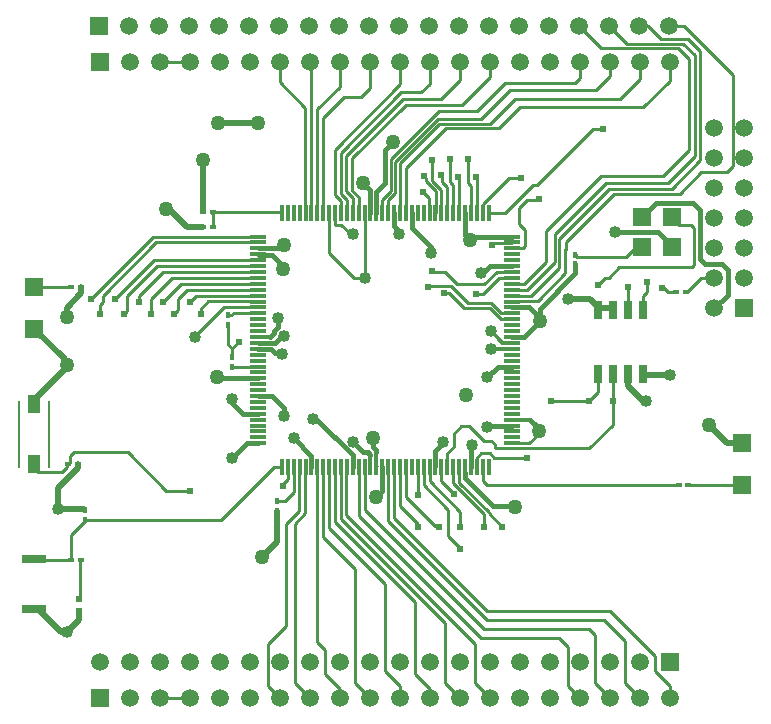
<source format=gtl>
G04*
G04 #@! TF.GenerationSoftware,Altium Limited,Altium Designer,19.1.7 (138)*
G04*
G04 Layer_Physical_Order=1*
G04 Layer_Color=255*
%FSLAX25Y25*%
%MOIN*%
G70*
G01*
G75*
%ADD15C,0.01000*%
%ADD16R,0.02461X0.01575*%
%ADD17R,0.01575X0.02461*%
%ADD18R,0.03937X0.06299*%
%ADD19R,0.01968X0.02362*%
%ADD20R,0.02559X0.06004*%
%ADD21R,0.07874X0.03150*%
%ADD22R,0.05906X0.06299*%
%ADD23R,0.05807X0.01181*%
%ADD24R,0.01181X0.05807*%
%ADD25R,0.05906X0.05906*%
%ADD41C,0.02000*%
%ADD42C,0.01500*%
%ADD43C,0.01400*%
%ADD44C,0.01300*%
%ADD45C,0.00500*%
%ADD46C,0.05906*%
%ADD47R,0.05906X0.05906*%
%ADD48C,0.05000*%
%ADD49C,0.04000*%
%ADD50C,0.02400*%
D15*
X95997Y131100D02*
X96498D01*
X95447Y130550D02*
X95997Y131100D01*
X133274Y171900D02*
X133307Y171867D01*
X96121Y153024D02*
Y154379D01*
X158865Y94068D02*
X159321Y94524D01*
X164121Y100624D02*
X164578Y101081D01*
X149500Y95231D02*
Y95666D01*
X127368Y87349D02*
Y87394D01*
X154922Y81947D02*
X164764Y72106D01*
X154922Y81947D02*
Y87347D01*
X154949Y87373D01*
X160945Y90404D02*
X162366Y91824D01*
X160945Y87464D02*
Y90404D01*
X164764Y71873D02*
X169264Y67373D01*
X164764Y71873D02*
Y72106D01*
X152980Y81768D02*
Y87373D01*
X163264Y67373D02*
Y71485D01*
X152980Y81768D02*
X163264Y71485D01*
X149043Y82594D02*
Y87373D01*
X185500Y109400D02*
X198100D01*
X198200Y109300D01*
X158700Y163000D02*
X159782D01*
X160856Y164073D01*
X203800Y182100D02*
X224600D01*
X186800Y165100D02*
X203800Y182100D01*
X224600D02*
X233500Y191000D01*
X172576Y146332D02*
X177432D01*
X144574Y147474D02*
X152172D01*
X157821Y141824D01*
X144500Y147400D02*
X144574Y147474D01*
X158700Y163000D02*
Y163046D01*
X156987Y164759D02*
X158700Y163046D01*
X162300Y151900D02*
X162879D01*
X215900Y170521D02*
Y170718D01*
X172576Y142395D02*
X172666Y142486D01*
X228500Y178400D02*
X235700Y185600D01*
X206700Y178400D02*
X228500D01*
X190533Y162233D02*
X206700Y178400D01*
X66900Y130500D02*
Y130900D01*
X76451Y140451D01*
X88046D01*
X88067Y160161D02*
X88091Y160136D01*
X95439Y161224D02*
X96521D01*
X94351Y160136D02*
X95439Y161224D01*
X181821Y135824D02*
Y137324D01*
X53114Y156224D02*
X88067D01*
X54146Y154255D02*
X88067D01*
X56177Y152287D02*
X88067D01*
X48264Y144373D02*
X56177Y152287D01*
X48264Y142373D02*
Y144373D01*
X44264D02*
X54146Y154255D01*
X44264Y139373D02*
Y144373D01*
X40264Y143373D02*
X53114Y156224D01*
X54020Y162129D02*
X88067D01*
X52988Y164098D02*
X88067D01*
X32264Y143373D02*
X52988Y164098D01*
X36264Y144373D02*
X54020Y162129D01*
X36264Y142373D02*
Y144373D01*
X35264Y141373D02*
X36264Y142373D01*
X35264Y138373D02*
Y141373D01*
X88046Y158168D02*
X88136Y158077D01*
X176124Y160227D02*
X176821Y160924D01*
X172687Y160227D02*
X176124D01*
X172597Y160136D02*
X172687Y160227D01*
X176821Y160924D02*
Y166324D01*
X175021Y168124D02*
X176821Y166324D01*
X175021Y168124D02*
Y173524D01*
X177621Y176124D01*
X181021D01*
X181621Y176724D01*
X160664Y183773D02*
X160854Y183583D01*
X156621Y140324D02*
X165091D01*
X181421Y136224D02*
Y137324D01*
X181521Y98424D02*
Y99374D01*
X133021Y195668D02*
Y195724D01*
X157764Y182073D02*
Y189973D01*
X162913Y172015D02*
Y174955D01*
X145016Y87283D02*
X145106Y87192D01*
X145016Y172015D02*
X145106Y171924D01*
X143964Y182524D02*
X147075Y179413D01*
X154858Y172015D02*
X154949Y171924D01*
X155264Y67373D02*
Y72373D01*
X172528Y150228D02*
X172618Y150318D01*
X160421Y144924D02*
X162821D01*
X172528Y138598D02*
X172618Y138507D01*
X141164Y77873D02*
Y87368D01*
X137232Y77155D02*
X146746Y67641D01*
X111620Y158625D02*
X120021Y150224D01*
X168939Y138598D02*
X172528D01*
X146746Y67641D02*
X147996D01*
X149043Y171924D02*
Y179566D01*
X154664Y184073D02*
X154858Y183879D01*
X141264Y67373D02*
Y68373D01*
X143364Y184173D02*
X143964Y183573D01*
X165821Y161424D02*
X166435Y162039D01*
X157821Y141824D02*
X165713D01*
X135264Y74373D02*
Y87373D01*
X162913Y174955D02*
X171407Y183449D01*
X162821Y144924D02*
X168124Y150228D01*
X168787Y136629D02*
X172528D01*
X173321Y74124D02*
X173621Y73824D01*
X141164Y77873D02*
X141264Y77773D01*
X129337Y171897D02*
Y171900D01*
X152980Y171924D02*
Y181157D01*
X168124Y150228D02*
X172528D01*
X105703Y87361D02*
X105715Y87349D01*
X181521Y99374D02*
Y100118D01*
X96164Y80773D02*
Y81573D01*
X171407Y183449D02*
X175443D01*
X164791Y171924D02*
X170218D01*
X155264Y59873D02*
Y60373D01*
X113680Y167997D02*
Y171855D01*
X149043Y82594D02*
X153264Y78373D01*
X87955Y116920D02*
X88046Y116829D01*
X151012Y171924D02*
Y180443D01*
X172597Y95176D02*
X178272D01*
X141164Y87368D02*
X141169Y87373D01*
X146064Y182545D02*
Y189673D01*
X162823Y171924D02*
X162913Y172015D01*
X163397Y148124D02*
X167521Y152249D01*
X145106Y82531D02*
X155264Y72373D01*
X127121Y77324D02*
X127421D01*
X121463Y171897D02*
Y171900D01*
X146064Y182545D02*
X149043Y179566D01*
X79221Y108624D02*
Y109824D01*
X88046Y130609D02*
X88136Y130699D01*
X146043Y152449D02*
X146242Y152249D01*
X145106Y82531D02*
Y87192D01*
X56264Y142373D02*
X62240Y148350D01*
X135173Y87283D02*
X135264Y87373D01*
X62240Y148350D02*
X88067D01*
X167521Y152249D02*
X172580D01*
X71335Y142444D02*
X88067D01*
X137232Y77155D02*
Y87373D01*
X115695Y167997D02*
X119243Y164449D01*
X97862Y83272D02*
Y87373D01*
X125309Y171991D02*
X125400Y171900D01*
X150097Y152249D02*
X154221Y148124D01*
X52264Y143373D02*
X59209Y150318D01*
X143964Y182524D02*
Y183573D01*
X67303Y144413D02*
X88067D01*
X157764Y182073D02*
X158886Y180951D01*
X180942Y181149D02*
X199701Y199908D01*
X120021Y150224D02*
X123421D01*
X145016Y172015D02*
Y176921D01*
X170218Y171924D02*
X179443Y181149D01*
X60014Y138373D02*
X61264Y139623D01*
X154221Y148124D02*
X163397D01*
X172520Y126748D02*
X172597Y126672D01*
X65264Y142373D02*
X67303Y144413D01*
X135043Y164949D02*
Y165761D01*
X179443Y181149D02*
X180942D01*
X172597Y130609D02*
X172687Y130699D01*
X146242Y152249D02*
X150097D01*
X166703Y90324D02*
X177621D01*
X68764Y139873D02*
X71335Y142444D01*
X160854Y171924D02*
Y183583D01*
X178272Y95176D02*
X181521Y98424D01*
X143138Y81149D02*
Y87373D01*
X111620Y158625D02*
Y171900D01*
X151964Y182173D02*
Y189873D01*
X172528Y162039D02*
X172618Y162129D01*
X149818Y145274D02*
X151672D01*
X181421Y136224D02*
X181821Y135824D01*
X88046Y128640D02*
X88136Y128731D01*
X123421Y150224D02*
Y171890D01*
X156896Y171900D02*
X156987Y171809D01*
X166435Y162039D02*
X172528D01*
X162366Y91824D02*
X165203D01*
X88046Y110924D02*
X88136Y110833D01*
X64272Y146381D02*
X88067D01*
X149332Y182123D02*
Y184305D01*
X127390Y87373D02*
X127480Y87464D01*
X61264Y143373D02*
X64272Y146381D01*
X59209Y150318D02*
X88067D01*
X151964Y182173D02*
X152980Y181157D01*
X165203Y91824D02*
X166703Y90324D01*
X143138Y81149D02*
X151264Y73023D01*
X154858Y172015D02*
Y183879D01*
X160854Y87373D02*
X160945Y87464D01*
X149064Y184573D02*
X149332Y184305D01*
X165713Y141824D02*
X168939Y138598D01*
X145016Y87283D02*
X145106Y87373D01*
X147996Y67641D02*
X148264Y67373D01*
X96164Y81573D02*
X97862Y83272D01*
X123421Y171890D02*
X123432Y171900D01*
X143064Y178873D02*
X145016Y176921D01*
X151264Y64373D02*
X155264Y60373D01*
X127368Y87394D02*
X127390Y87373D01*
X147075Y171924D02*
Y179413D01*
X151672Y145274D02*
X156621Y140324D01*
X74221Y117424D02*
X74726Y116920D01*
X199701Y199908D02*
X202743D01*
X135264Y74373D02*
X141264Y68373D01*
X158886Y171924D02*
Y180951D01*
X172528Y136629D02*
X172618Y136539D01*
X61264Y139623D02*
Y143373D01*
X113680Y167997D02*
X115695D01*
X43264Y138373D02*
X44264Y139373D01*
X165091Y140324D02*
X168787Y136629D01*
X52264Y138373D02*
Y143373D01*
X113610Y171924D02*
X113680Y171855D01*
X129316Y171876D02*
X129337Y171897D01*
X149332Y182123D02*
X151012Y180443D01*
X151264Y64373D02*
Y73023D01*
X68764Y138373D02*
Y139873D01*
X132100Y189800D02*
X148200Y205900D01*
X160900D01*
X132100Y179158D02*
Y189800D01*
X133600Y189021D02*
X147779Y203200D01*
X135291Y188591D02*
X148400Y201700D01*
X133600Y178537D02*
Y189021D01*
X148400Y201700D02*
X165200D01*
X147779Y203200D02*
X162200D01*
X135291Y171942D02*
Y188591D01*
X137259Y186909D02*
X150550Y200200D01*
X137259Y171942D02*
Y186909D01*
X135200Y171851D02*
X135291Y171942D01*
X129316Y176374D02*
X132100Y179158D01*
X131263Y176200D02*
X133600Y178537D01*
X119400Y190200D02*
X137200Y208000D01*
X156000D01*
X119400Y179300D02*
Y190200D01*
X131263Y171851D02*
Y176200D01*
X129316Y171876D02*
Y176374D01*
X119400Y179300D02*
X121442Y177258D01*
Y171876D02*
Y177258D01*
X119452Y171851D02*
Y177100D01*
X117400Y191000D02*
X136300Y209900D01*
X117400Y179152D02*
Y191000D01*
Y179152D02*
X119452Y177100D01*
X117483Y171851D02*
Y176417D01*
X115500Y178400D02*
X117483Y176417D01*
X115500Y178400D02*
Y192100D01*
X136300Y209900D02*
X148900D01*
X135700Y212300D02*
X142400D01*
X115500Y192100D02*
X135700Y212300D01*
X115515Y171851D02*
Y175885D01*
X113500Y177900D02*
X115515Y175885D01*
X113500Y177900D02*
Y193100D01*
X193987Y157400D02*
X210600D01*
X193887Y157500D02*
X193987Y157400D01*
X193887Y157500D02*
Y158210D01*
X204850Y150400D02*
X208350Y153900D01*
X210600Y157400D02*
X213879Y160679D01*
X208350Y153900D02*
X232500D01*
X203700Y150400D02*
X204850D01*
X201400Y148100D02*
X203700Y150400D01*
X222700Y147100D02*
X223079D01*
X224479Y145700D01*
X227378D01*
X222900Y184400D02*
X231500Y193000D01*
X202300Y184400D02*
X222900D01*
X231500Y193000D02*
Y223300D01*
X123479Y73020D02*
Y87209D01*
Y73020D02*
X163200Y33300D01*
X123389Y87300D02*
X123479Y87209D01*
X131353Y69147D02*
Y87209D01*
X131263Y87300D02*
X131353Y87209D01*
Y69147D02*
X164200Y36300D01*
X153200Y93950D02*
Y98400D01*
X151039Y91789D02*
X153200Y93950D01*
X151039Y87391D02*
Y91789D01*
X153200Y98400D02*
X155700Y100900D01*
X158200D01*
X163100Y96000D01*
X150948Y87300D02*
X151039Y87391D01*
X163100Y96000D02*
X165600D01*
X166800Y93500D02*
X198400D01*
X165600Y96000D02*
X166800Y94800D01*
Y93500D02*
Y94800D01*
X137169Y171851D02*
X137259Y171942D01*
X198400Y93500D02*
X206200Y101300D01*
X225900Y160679D02*
Y160875D01*
X162759Y82741D02*
Y87300D01*
Y82741D02*
X164200Y81300D01*
X246078Y187578D02*
Y217822D01*
X229750Y234150D02*
X246078Y217822D01*
X225031Y234150D02*
X229750D01*
X222100Y229900D02*
X231314D01*
X217892Y234108D02*
X222100Y229900D01*
X215073Y234108D02*
X217892D01*
X231314Y229900D02*
X235400Y225814D01*
X229600Y228400D02*
X233500Y224500D01*
X210781Y228400D02*
X229600D01*
X205031Y234150D02*
X210781Y228400D01*
X228000Y226800D02*
X231500Y223300D01*
X202381Y226800D02*
X228000D01*
X195031Y234150D02*
X202381Y226800D01*
X233500Y191000D02*
Y224500D01*
X235400Y189500D02*
Y225814D01*
X225800Y179900D02*
X235400Y189500D01*
X244100Y185600D02*
X246078Y187578D01*
X235700Y185600D02*
X244100D01*
X183900Y166000D02*
X202300Y184400D01*
X183900Y155700D02*
Y166000D01*
X186800Y155700D02*
Y165100D01*
X204900Y179900D02*
X225800D01*
X188300Y163300D02*
X204900Y179900D01*
X188300Y153700D02*
Y163300D01*
X177432Y146332D02*
X186800Y155700D01*
X176591Y148391D02*
X183900Y155700D01*
X172666Y148391D02*
X176591D01*
X172576Y148301D02*
X172666Y148391D01*
X225200Y216100D02*
Y222300D01*
X216400Y207300D02*
X225200Y216100D01*
X175300Y207300D02*
X216400D01*
X172576Y144364D02*
X178964D01*
X188300Y153700D01*
X215031Y234150D02*
X215073Y234108D01*
X190533Y159667D02*
Y162233D01*
X190400Y151800D02*
Y159800D01*
X190533Y159667D01*
X181086Y142486D02*
X190400Y151800D01*
X172666Y142486D02*
X181086D01*
X168200Y200200D02*
X175300Y207300D01*
X150550Y200200D02*
X168200D01*
X173500Y210000D02*
X208700D01*
X165200Y201700D02*
X173500Y210000D01*
X208700D02*
X215200Y216500D01*
X171900Y212900D02*
X200600D01*
X162200Y203200D02*
X171900Y212900D01*
X160900Y205900D02*
X170300Y215300D01*
X200600Y212900D02*
X205200Y217500D01*
X170300Y215300D02*
X193500D01*
X195200Y217000D01*
X78000Y128000D02*
X79200Y126800D01*
X78000Y128000D02*
Y134678D01*
X79200Y123922D02*
Y126800D01*
X81500Y129100D01*
X79712Y138434D02*
X88003D01*
X79200Y137922D02*
X79712Y138434D01*
X78000Y137922D02*
X79200D01*
X232343Y167872D02*
X233300Y166914D01*
X228353Y167872D02*
X232343D01*
X225900Y170324D02*
X228353Y167872D01*
X225900Y170324D02*
Y170521D01*
X233300Y154700D02*
Y166914D01*
X232500Y153900D02*
X233300Y154700D01*
X213879Y160679D02*
X215900D01*
X215200Y216500D02*
Y222300D01*
X156000Y208000D02*
X165200Y217200D01*
X148900Y209900D02*
X155200Y216200D01*
X142400Y212300D02*
X145200Y215100D01*
X205200Y217500D02*
Y222300D01*
X195200Y217000D02*
Y222300D01*
X135200Y214800D02*
Y222300D01*
X113500Y193100D02*
X135200Y214800D01*
X165200Y217200D02*
Y222300D01*
X155200Y216200D02*
Y222300D01*
X145200Y215100D02*
Y222300D01*
X103704Y171851D02*
Y206996D01*
X95200Y215500D02*
X103704Y206996D01*
X95200Y215500D02*
Y222300D01*
X125200Y213700D02*
Y222300D01*
X122200Y210700D02*
X125200Y213700D01*
X116700Y210700D02*
X122200D01*
X109609Y203609D02*
X116700Y210700D01*
X109609Y171851D02*
Y203609D01*
X115200Y214100D02*
Y222300D01*
X107641Y206541D02*
X115200Y214100D01*
X107641Y171851D02*
Y206541D01*
X55200Y222300D02*
X65200D01*
X105582Y171942D02*
X105672Y171851D01*
X105582Y171942D02*
Y221918D01*
X105200Y222300D02*
X105582Y221918D01*
X96900Y76000D02*
X99767Y78867D01*
X94500Y76000D02*
X96900D01*
X24382Y88013D02*
X24670Y88300D01*
X107641Y28859D02*
Y87300D01*
Y28859D02*
X110200Y26300D01*
X57300Y79400D02*
X65300D01*
X44500Y92200D02*
X57300Y79400D01*
X133322Y70178D02*
Y87147D01*
X133200Y87269D02*
X133322Y87147D01*
Y70178D02*
X164200Y39300D01*
X24670Y88300D02*
X25013D01*
X24578D02*
X24670D01*
X26500Y92200D02*
X44500D01*
X25300Y91000D02*
X26500Y92200D01*
X25300Y88587D02*
Y91000D01*
X25013Y88300D02*
X25300Y88587D01*
X229822Y145800D02*
X231300D01*
X235650Y150150D02*
X240031D01*
X231300Y145800D02*
X235650Y150150D01*
X217600Y145700D02*
Y149000D01*
X216200Y144300D02*
X217600Y145700D01*
X211200Y139477D02*
Y147300D01*
Y138977D02*
Y139477D01*
X206200Y101300D02*
Y109300D01*
X79200Y120678D02*
X79220Y120698D01*
X87984D01*
X88003Y120717D01*
X164200Y39300D02*
X205200D01*
X164200Y36300D02*
X203200D01*
X163200Y33300D02*
X198200D01*
X162200Y30300D02*
X188200D01*
X121511Y70989D02*
X162200Y30300D01*
X121511Y70989D02*
Y87209D01*
X160200Y15300D02*
Y28300D01*
X117393Y71107D02*
X160200Y28300D01*
X117393Y71107D02*
Y87209D01*
X150200Y15300D02*
Y35300D01*
X115515Y69985D02*
X150200Y35300D01*
X115515Y69985D02*
Y87300D01*
X140200Y18300D02*
Y42300D01*
X113547Y68954D02*
X140200Y42300D01*
X113547Y68954D02*
Y87300D01*
X130200Y19300D02*
Y48300D01*
X111578Y66922D02*
X130200Y48300D01*
X111578Y66922D02*
Y87300D01*
X120200Y15300D02*
Y53300D01*
X109609Y63890D02*
X120200Y53300D01*
X109609Y63890D02*
Y87300D01*
X30200Y69390D02*
X30487Y69678D01*
X75578D02*
X93200Y87300D01*
X95830D01*
X30487Y69678D02*
X75578D01*
X30200Y69235D02*
Y69390D01*
X99767Y78867D02*
Y87300D01*
X97200Y68300D02*
X101645Y72745D01*
X97200Y34300D02*
Y68300D01*
X101645Y72745D02*
Y87209D01*
X91200Y28300D02*
X97200Y34300D01*
X103704Y71796D02*
Y87300D01*
X110200Y18300D02*
Y26300D01*
Y18300D02*
X115200Y13300D01*
Y10300D02*
Y13300D01*
X101645Y87209D02*
X101735Y87300D01*
X164200Y81300D02*
X228078D01*
X25578Y56300D02*
Y64613D01*
X30200Y69235D01*
X13200Y56568D02*
X13468Y56300D01*
X25578D01*
X28798D02*
X28822D01*
X28511Y56013D02*
X28798Y56300D01*
X28511Y43548D02*
Y56013D01*
X28200Y43237D02*
X28511Y43548D01*
X22200Y32300D02*
X24200D01*
X13200Y40032D02*
X14468D01*
X21200Y73300D02*
X21389Y73111D01*
X30011D02*
X30200Y72922D01*
X24382Y87316D02*
Y88013D01*
X22716Y85650D02*
X24382Y87316D01*
X14669Y85650D02*
X22716D01*
X57200Y173300D02*
X58200D01*
X72373Y171851D02*
X72822D01*
Y167300D02*
X72822Y167300D01*
X72822Y167300D02*
Y171851D01*
X95830D02*
Y172209D01*
X95739Y172300D02*
X95830Y172209D01*
X72822Y172300D02*
X95739D01*
X72822Y171851D02*
Y172300D01*
X72822Y172300D02*
X72822Y172300D01*
X160200Y15300D02*
X165200Y10300D01*
X135200D02*
Y14300D01*
X130200Y19300D02*
X135200Y14300D01*
X150200Y15300D02*
X155200Y10300D01*
X140200Y18300D02*
X145200Y13300D01*
X120200Y15300D02*
X125200Y10300D01*
X100200Y68292D02*
X103704Y71796D01*
X100200Y15300D02*
Y68292D01*
Y15300D02*
X105200Y10300D01*
X91200Y14300D02*
Y28300D01*
Y14300D02*
X95200Y10300D01*
X145200D02*
Y13300D01*
X191200Y14300D02*
Y27300D01*
X188200Y30300D02*
X191200Y27300D01*
X200200Y15300D02*
Y31300D01*
X198200Y33300D02*
X200200Y31300D01*
X210200Y15300D02*
Y29300D01*
X203200Y36300D02*
X210200Y29300D01*
X220200Y19300D02*
Y24300D01*
X205200Y39300D02*
X220200Y24300D01*
Y19300D02*
X225200Y14300D01*
Y10300D02*
Y14300D01*
X121421Y87300D02*
X121511Y87209D01*
X155200Y21300D02*
Y22300D01*
X117393Y87209D02*
X117483Y87300D01*
X210200Y15300D02*
X215200Y10300D01*
X200200Y15300D02*
X205200Y10300D01*
X191200Y14300D02*
X195200Y10300D01*
X55200D02*
X65200D01*
X203200Y22300D02*
X205200D01*
X194747Y21847D02*
X195200Y22300D01*
X28822Y147300D02*
X29011Y147111D01*
X206200Y138977D02*
Y140300D01*
X191200Y143300D02*
X195346D01*
X216200Y139477D02*
Y144300D01*
Y109300D02*
X217200D01*
X13310Y147300D02*
X25578D01*
X13200Y147190D02*
X13310Y147300D01*
X23435Y122065D02*
X24200Y121300D01*
X23435Y122065D02*
Y123176D01*
X24200Y120481D02*
Y121300D01*
X13200Y108300D02*
Y109481D01*
Y108300D02*
X14200D01*
X105031Y224150D02*
X105672Y223509D01*
X224200Y117800D02*
X224700Y118300D01*
X216200Y117623D02*
X216377Y117800D01*
X206200Y109300D02*
Y117623D01*
X198200Y109300D02*
X201200Y112300D01*
X211200Y117623D02*
X211379Y117444D01*
X201200Y112300D02*
Y117623D01*
X13200Y87119D02*
Y88300D01*
Y87119D02*
X14669Y85650D01*
X249090Y81300D02*
X249200Y81410D01*
X231322Y81300D02*
X249090D01*
D16*
X231322D02*
D03*
X228078D02*
D03*
X28822Y147300D02*
D03*
X25578D02*
D03*
X25578Y56300D02*
D03*
X28822D02*
D03*
X72822Y167300D02*
D03*
X69578D02*
D03*
X72822Y172300D02*
D03*
X69578D02*
D03*
X24578Y88300D02*
D03*
X27822D02*
D03*
X230622Y145700D02*
D03*
X227378D02*
D03*
D17*
X30200Y72922D02*
D03*
Y69678D02*
D03*
X79200Y123922D02*
D03*
Y120678D02*
D03*
X78000Y134678D02*
D03*
Y137922D02*
D03*
X193700Y154778D02*
D03*
Y158022D02*
D03*
X94200Y75922D02*
D03*
Y72678D02*
D03*
D18*
X13200Y108300D02*
D03*
Y88300D02*
D03*
D19*
X28200Y39300D02*
D03*
Y43237D02*
D03*
D20*
X201200Y118123D02*
D03*
X206200D02*
D03*
X211200D02*
D03*
X216200D02*
D03*
Y139477D02*
D03*
X211200D02*
D03*
X206200D02*
D03*
X201200D02*
D03*
D21*
X13200Y56568D02*
D03*
Y40032D02*
D03*
D22*
X215900Y170521D02*
D03*
X225900D02*
D03*
Y160679D02*
D03*
X215900D02*
D03*
D23*
X88046Y164073D02*
D03*
Y162105D02*
D03*
Y160136D02*
D03*
Y158168D02*
D03*
Y156199D02*
D03*
Y154231D02*
D03*
Y152262D02*
D03*
Y150294D02*
D03*
Y148325D02*
D03*
Y146357D02*
D03*
Y144388D02*
D03*
Y142420D02*
D03*
Y140451D02*
D03*
Y138483D02*
D03*
Y136514D02*
D03*
Y134546D02*
D03*
Y132577D02*
D03*
Y130609D02*
D03*
Y128640D02*
D03*
Y126672D02*
D03*
Y124703D02*
D03*
Y122735D02*
D03*
Y120766D02*
D03*
Y118798D02*
D03*
Y116829D02*
D03*
Y114861D02*
D03*
Y112892D02*
D03*
Y110924D02*
D03*
Y108955D02*
D03*
Y106987D02*
D03*
Y105018D02*
D03*
Y103050D02*
D03*
Y101081D02*
D03*
Y99113D02*
D03*
Y97144D02*
D03*
Y95176D02*
D03*
X172597D02*
D03*
Y97144D02*
D03*
Y99113D02*
D03*
Y101081D02*
D03*
Y103050D02*
D03*
Y105018D02*
D03*
Y106987D02*
D03*
Y108955D02*
D03*
Y110924D02*
D03*
Y112892D02*
D03*
Y114861D02*
D03*
Y116829D02*
D03*
Y118798D02*
D03*
Y120766D02*
D03*
Y122735D02*
D03*
Y124703D02*
D03*
Y126672D02*
D03*
Y128640D02*
D03*
Y130609D02*
D03*
Y132577D02*
D03*
Y134546D02*
D03*
Y136514D02*
D03*
Y138483D02*
D03*
Y140451D02*
D03*
Y142420D02*
D03*
Y144388D02*
D03*
Y146357D02*
D03*
Y148325D02*
D03*
Y150294D02*
D03*
Y152262D02*
D03*
Y154231D02*
D03*
Y156199D02*
D03*
Y158168D02*
D03*
Y160136D02*
D03*
Y162105D02*
D03*
Y164073D02*
D03*
D24*
X95872Y87349D02*
D03*
X97841D02*
D03*
X99809D02*
D03*
X101778D02*
D03*
X103746D02*
D03*
X105715D02*
D03*
X107684D02*
D03*
X109652D02*
D03*
X111620D02*
D03*
X113589D02*
D03*
X115558D02*
D03*
X117526D02*
D03*
X119494D02*
D03*
X121463D02*
D03*
X123432D02*
D03*
X125400D02*
D03*
X127368D02*
D03*
X129337D02*
D03*
X131306D02*
D03*
X133274D02*
D03*
X135242D02*
D03*
X137211D02*
D03*
X139180D02*
D03*
X141148D02*
D03*
X143116D02*
D03*
X145085D02*
D03*
X147054D02*
D03*
X149022D02*
D03*
X150991D02*
D03*
X152959D02*
D03*
X154928D02*
D03*
X156896D02*
D03*
X158865D02*
D03*
X160833D02*
D03*
X162802D02*
D03*
X164770D02*
D03*
Y171900D02*
D03*
X162802D02*
D03*
X160833D02*
D03*
X158865D02*
D03*
X156896D02*
D03*
X154928D02*
D03*
X152959D02*
D03*
X150991D02*
D03*
X149022D02*
D03*
X147054D02*
D03*
X145085D02*
D03*
X143116D02*
D03*
X141148D02*
D03*
X139180D02*
D03*
X137211D02*
D03*
X135242D02*
D03*
X133274D02*
D03*
X131306D02*
D03*
X129337D02*
D03*
X127368D02*
D03*
X125400D02*
D03*
X123432D02*
D03*
X121463D02*
D03*
X119494D02*
D03*
X117526D02*
D03*
X115558D02*
D03*
X113589D02*
D03*
X111620D02*
D03*
X109652D02*
D03*
X107684D02*
D03*
X105715D02*
D03*
X103746D02*
D03*
X101778D02*
D03*
X99809D02*
D03*
X97841D02*
D03*
X95872D02*
D03*
D25*
X249200Y81410D02*
D03*
Y95190D02*
D03*
X13200Y147190D02*
D03*
Y133410D02*
D03*
X250031Y140150D02*
D03*
D41*
X74700Y201800D02*
X87900D01*
X244310Y95190D02*
X249200D01*
X238200Y101300D02*
X244310Y95190D01*
X27822Y86922D02*
Y88300D01*
X21200Y80300D02*
X27822Y86922D01*
X21200Y73300D02*
Y80300D01*
X211200Y114300D02*
Y118123D01*
Y114300D02*
X216200Y109300D01*
X94200Y62300D02*
Y72678D01*
X89200Y57300D02*
X94200Y62300D01*
X29011Y145111D02*
Y147111D01*
X24200Y140300D02*
X29011Y145111D01*
X24200Y137300D02*
Y140300D01*
Y32300D02*
X28200Y36300D01*
Y39300D01*
X14468Y40032D02*
X22200Y32300D01*
X21389Y73111D02*
X30011D01*
X64200Y167300D02*
X69578D01*
X58200Y173300D02*
X64200Y167300D01*
X69556Y172600D02*
Y189600D01*
X201600Y140300D02*
X206200D01*
X198600Y143300D02*
X201600Y140300D01*
X191200Y143300D02*
X198600D01*
X13200Y133410D02*
X23435Y123176D01*
X13200Y109481D02*
X24200Y120481D01*
X216377Y117800D02*
X224200D01*
D42*
X93596Y128699D02*
X95447Y130550D01*
X91171Y128699D02*
X93596D01*
X91139Y128731D02*
X91171Y128699D01*
X88136Y128731D02*
X91139D01*
X94700Y133898D02*
Y137100D01*
X93248Y132446D02*
X94700Y133898D01*
X93248Y131948D02*
Y132446D01*
X91999Y130699D02*
X93248Y131948D01*
X242700Y154900D02*
X244600Y153000D01*
X236900Y154900D02*
X242700D01*
X235300Y156500D02*
X236900Y154900D01*
X84091Y95200D02*
X88067D01*
X79264Y90373D02*
X84091Y95200D01*
X82803Y105043D02*
X88067D01*
X79221Y108624D02*
X82803Y105043D01*
X133307Y167497D02*
Y171867D01*
Y167497D02*
X135043Y165761D01*
X92423Y158077D02*
X96121Y154379D01*
X88136Y158077D02*
X92423D01*
X156922Y83527D02*
Y85195D01*
X158865Y87349D02*
Y94068D01*
X164578Y101081D02*
X172597D01*
X149500Y95189D02*
Y95231D01*
X147054Y92742D02*
X149500Y95189D01*
X119494Y87349D02*
Y91155D01*
X107325Y103324D02*
X119494Y91155D01*
X124446Y92200D02*
X125400Y91246D01*
X123046Y92200D02*
X124446D01*
X119721Y95524D02*
X123046Y92200D01*
X127368Y92106D02*
Y92895D01*
X126321Y93942D02*
X127368Y92895D01*
X126321Y93942D02*
Y96900D01*
X156922Y83527D02*
X166325Y74124D01*
X173321D01*
X160856Y164073D02*
X172597D01*
X105703Y87361D02*
Y91097D01*
X100000Y96800D02*
X105703Y91097D01*
X156987Y164759D02*
Y171809D01*
X162879Y151900D02*
X165210Y154231D01*
X240031Y140150D02*
X244600Y144720D01*
Y153000D01*
X235300Y156500D02*
Y172900D01*
X232882Y175318D02*
X235300Y172900D01*
X220500Y175318D02*
X232882D01*
X215900Y170718D02*
X220500Y175318D01*
X88091Y160136D02*
X94351D01*
X96421Y105824D02*
Y106879D01*
X92467Y110833D02*
X96421Y106879D01*
X88136Y110833D02*
X92467D01*
X181800Y137300D02*
Y140000D01*
X127368Y171900D02*
Y178972D01*
X145421Y158624D02*
Y160570D01*
X123021Y181824D02*
X125309Y179536D01*
X127421Y77324D02*
X129337Y79240D01*
X92074Y126672D02*
X93421Y125324D01*
X176696Y130699D02*
X181821Y135824D01*
X88046Y126672D02*
X92074D01*
X147054Y87533D02*
Y92742D01*
X139180Y166812D02*
Y171900D01*
X130221Y192868D02*
X133021Y195668D01*
X178590Y103050D02*
X181521Y100118D01*
X172687Y130699D02*
X176696D01*
X139180Y166812D02*
X145421Y160570D01*
X125309Y171991D02*
Y179536D01*
X165210Y154231D02*
X172597D01*
X167963Y120766D02*
X172597D01*
X130221Y181824D02*
Y192868D01*
X127368Y178972D02*
X130221Y181824D01*
X74726Y116920D02*
X87955D01*
X129337Y79240D02*
Y87349D01*
X172597Y140451D02*
X178295D01*
X164321Y117124D02*
X167963Y120766D01*
X93421Y125324D02*
X95121D01*
X178295Y140451D02*
X181421Y137324D01*
X181800Y140000D02*
X193700Y151900D01*
Y154778D01*
X221176Y165600D02*
X225900Y160875D01*
X206800Y165600D02*
X221176D01*
D43*
X165421Y132624D02*
X168812Y129132D01*
X168320Y129623D02*
X169304Y128640D01*
X172495D01*
X88136Y130699D02*
X91999D01*
X125400Y87349D02*
Y91246D01*
X127368Y87394D02*
Y92106D01*
X172597Y103050D02*
X178590D01*
D44*
X165645Y126748D02*
X172520D01*
D45*
X18121Y87276D02*
Y109324D01*
X8279Y87276D02*
Y109324D01*
D46*
X225200Y10300D02*
D03*
X215200D02*
D03*
X205200D02*
D03*
X195200D02*
D03*
X185200D02*
D03*
X175200D02*
D03*
X165200D02*
D03*
X155200D02*
D03*
X145200D02*
D03*
X135200D02*
D03*
X125200D02*
D03*
X115200D02*
D03*
X105200D02*
D03*
X95200D02*
D03*
X85200D02*
D03*
X75200D02*
D03*
X65200D02*
D03*
X55200D02*
D03*
X45200D02*
D03*
X240031Y140150D02*
D03*
X250031Y150150D02*
D03*
X240031D02*
D03*
X250031Y160150D02*
D03*
X240031D02*
D03*
X250031Y170150D02*
D03*
X240031D02*
D03*
X250031Y180150D02*
D03*
X240031D02*
D03*
X250031Y190150D02*
D03*
X240031D02*
D03*
X250031Y200150D02*
D03*
X240031D02*
D03*
X45200Y222300D02*
D03*
X55200D02*
D03*
X65200D02*
D03*
X75200D02*
D03*
X85200D02*
D03*
X95200D02*
D03*
X105200D02*
D03*
X115200D02*
D03*
X125200D02*
D03*
X135200D02*
D03*
X145200D02*
D03*
X155200D02*
D03*
X165200D02*
D03*
X175200D02*
D03*
X185200D02*
D03*
X195200D02*
D03*
X205200D02*
D03*
X215200D02*
D03*
X225200D02*
D03*
X45031Y234150D02*
D03*
X55031D02*
D03*
X65031D02*
D03*
X75031D02*
D03*
X85031D02*
D03*
X95031D02*
D03*
X105031D02*
D03*
X115031D02*
D03*
X125031D02*
D03*
X135031D02*
D03*
X145031D02*
D03*
X155031D02*
D03*
X165031D02*
D03*
X175031D02*
D03*
X185031D02*
D03*
X195031D02*
D03*
X205031D02*
D03*
X215031D02*
D03*
X225031D02*
D03*
X215200Y22300D02*
D03*
X205200D02*
D03*
X195200D02*
D03*
X185200D02*
D03*
X175200D02*
D03*
X165200D02*
D03*
X155200D02*
D03*
X145200D02*
D03*
X135200D02*
D03*
X125200D02*
D03*
X115200D02*
D03*
X105200D02*
D03*
X95200D02*
D03*
X85200D02*
D03*
X75200D02*
D03*
X65200D02*
D03*
X55200D02*
D03*
X45200D02*
D03*
X35200D02*
D03*
D47*
Y10300D02*
D03*
Y222300D02*
D03*
X35031Y234150D02*
D03*
X225200Y22300D02*
D03*
D48*
X74700Y201800D02*
D03*
X87900D02*
D03*
X158700Y163000D02*
D03*
X126321Y96900D02*
D03*
X96521Y161224D02*
D03*
X127121Y77324D02*
D03*
X133021Y195724D02*
D03*
X181521Y99374D02*
D03*
X96321Y153124D02*
D03*
X173621Y73824D02*
D03*
X74221Y117424D02*
D03*
X123021Y181824D02*
D03*
X181821Y135824D02*
D03*
X157300Y111300D02*
D03*
X238200Y101300D02*
D03*
X89200Y57300D02*
D03*
X24200Y137300D02*
D03*
X57200Y173300D02*
D03*
X69556Y189600D02*
D03*
X24200Y121300D02*
D03*
D49*
X96498Y131100D02*
D03*
X149500Y95666D02*
D03*
X95981Y124850D02*
D03*
X165421Y132624D02*
D03*
X159321Y94524D02*
D03*
X100000Y96800D02*
D03*
X165645Y126748D02*
D03*
X162300Y151900D02*
D03*
X79264Y90373D02*
D03*
X66900Y130500D02*
D03*
X94700Y137100D02*
D03*
X119721Y95524D02*
D03*
X145421Y158624D02*
D03*
X123421Y150224D02*
D03*
X135043Y164949D02*
D03*
X106121Y103324D02*
D03*
X164321Y117124D02*
D03*
X79221Y109824D02*
D03*
X164121Y100624D02*
D03*
X96521Y104424D02*
D03*
X119543Y164849D02*
D03*
X206800Y165600D02*
D03*
X24200Y32300D02*
D03*
X21200Y73300D02*
D03*
X191200Y143300D02*
D03*
X217200Y109300D02*
D03*
X225200Y117800D02*
D03*
D50*
X185500Y109400D02*
D03*
X144500Y147400D02*
D03*
X181621Y176724D02*
D03*
X154664Y184073D02*
D03*
X165821Y161424D02*
D03*
X160421Y144924D02*
D03*
X155264Y59873D02*
D03*
X40264Y143373D02*
D03*
X96164Y80773D02*
D03*
X32264Y143373D02*
D03*
X48264Y142373D02*
D03*
X141264Y67373D02*
D03*
X65264Y142373D02*
D03*
X157764Y189973D02*
D03*
X160664Y183773D02*
D03*
X35264Y138373D02*
D03*
X202743Y199908D02*
D03*
X149818Y145274D02*
D03*
X177621Y90324D02*
D03*
X146043Y152449D02*
D03*
X141264Y77773D02*
D03*
X149064Y184573D02*
D03*
X146064Y189673D02*
D03*
X163264Y67373D02*
D03*
X60014Y138373D02*
D03*
X143064Y178873D02*
D03*
X143364Y184173D02*
D03*
X151964Y189873D02*
D03*
X169264Y67373D02*
D03*
X43264Y138373D02*
D03*
X155264Y67373D02*
D03*
X52264Y138373D02*
D03*
X56264Y142373D02*
D03*
X175443Y183449D02*
D03*
X68764Y138373D02*
D03*
X153264Y78373D02*
D03*
X148264Y67373D02*
D03*
X222700Y147100D02*
D03*
X81500Y129100D02*
D03*
X201400Y148100D02*
D03*
X65300Y79400D02*
D03*
X217600Y149000D02*
D03*
X211200Y147300D02*
D03*
X206200Y109300D02*
D03*
X198200D02*
D03*
M02*

</source>
